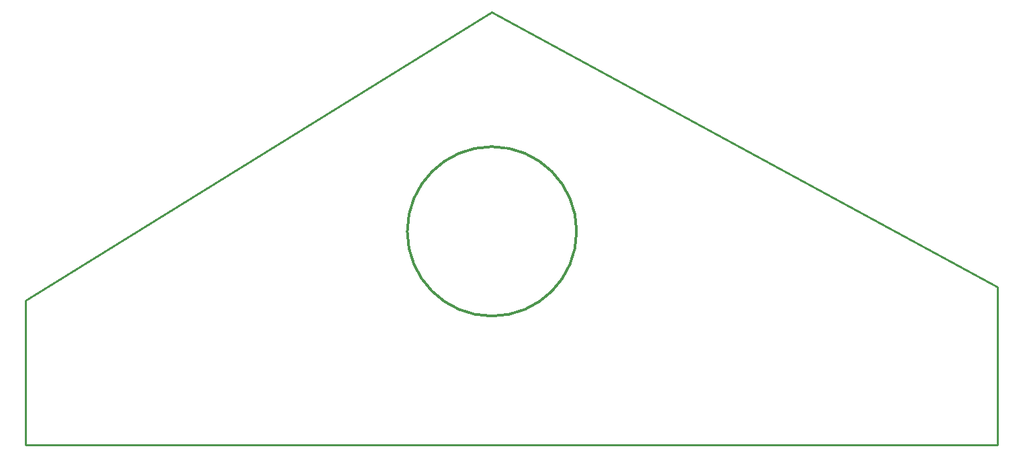
<source format=gm1>
%TF.GenerationSoftware,KiCad,Pcbnew,7.0.10*%
%TF.CreationDate,2024-03-27T08:56:45-04:00*%
%TF.ProjectId,back panel,6261636b-2070-4616-9e65-6c2e6b696361,rev?*%
%TF.SameCoordinates,Original*%
%TF.FileFunction,Profile,NP*%
%FSLAX46Y46*%
G04 Gerber Fmt 4.6, Leading zero omitted, Abs format (unit mm)*
G04 Created by KiCad (PCBNEW 7.0.10) date 2024-03-27 08:56:45*
%MOMM*%
%LPD*%
G01*
G04 APERTURE LIST*
%TA.AperFunction,Profile*%
%ADD10C,0.250000*%
%TD*%
%TA.AperFunction,Profile*%
%ADD11C,0.350000*%
%TD*%
G04 APERTURE END LIST*
D10*
X88507945Y-105705255D02*
X88507945Y-123962667D01*
X147289535Y-69394834D02*
X88507945Y-105705255D01*
X88507945Y-123962667D02*
X211070944Y-123962667D01*
X211070944Y-123962667D02*
X211070944Y-104003859D01*
X88507945Y-105705255D02*
X88507945Y-123962667D01*
D11*
X157991528Y-97031528D02*
G75*
G03*
X136648472Y-97031528I-10671528J0D01*
G01*
X136648472Y-97031528D02*
G75*
G03*
X157991528Y-97031528I10671528J0D01*
G01*
D10*
X211070944Y-104003859D02*
X147289535Y-69394834D01*
X147289535Y-69394834D02*
X88507945Y-105705255D01*
X211070944Y-104003859D02*
X147289535Y-69394834D01*
X88507945Y-123962667D02*
X211070944Y-123962667D01*
X211070944Y-123962667D02*
X211070944Y-104003859D01*
M02*

</source>
